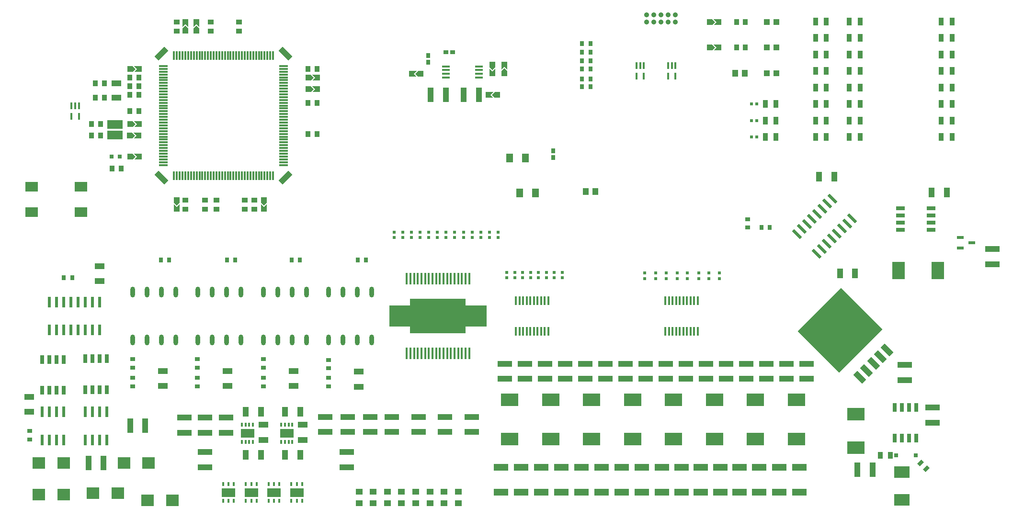
<source format=gtp>
G04*
G04 #@! TF.GenerationSoftware,Altium Limited,Altium Designer,19.1.5 (86)*
G04*
G04 Layer_Color=8421504*
%FSLAX25Y25*%
%MOIN*%
G70*
G01*
G75*
%ADD25R,0.01575X0.04724*%
%ADD26R,0.03787X0.03000*%
%ADD27R,0.03000X0.03787*%
%ADD28R,0.04000X0.03200*%
%ADD29R,0.05807X0.01772*%
%ADD30R,0.03200X0.04000*%
%ADD31R,0.04331X0.10236*%
%ADD32R,0.15000X0.15000*%
%ADD33R,0.38583X0.24410*%
%ADD34R,0.01772X0.07874*%
%ADD35R,0.02200X0.07800*%
G04:AMPARAMS|DCode=36|XSize=77.56mil|YSize=23.23mil|CornerRadius=0mil|HoleSize=0mil|Usage=FLASHONLY|Rotation=315.000|XOffset=0mil|YOffset=0mil|HoleType=Round|Shape=Rectangle|*
%AMROTATEDRECTD36*
4,1,4,-0.03563,0.01921,-0.01921,0.03563,0.03563,-0.01921,0.01921,-0.03563,-0.03563,0.01921,0.0*
%
%ADD36ROTATEDRECTD36*%

%ADD37R,0.02559X0.06004*%
%ADD38R,0.04921X0.02362*%
%ADD39R,0.06004X0.02559*%
%ADD40R,0.03543X0.05512*%
%ADD41R,0.01968X0.02362*%
%ADD42R,0.01713X0.05886*%
%ADD43R,0.09055X0.07087*%
%ADD44R,0.03543X0.03937*%
%ADD45R,0.03000X0.03000*%
%ADD46R,0.03937X0.03937*%
G04:AMPARAMS|DCode=47|XSize=39.37mil|YSize=98.43mil|CornerRadius=0mil|HoleSize=0mil|Usage=FLASHONLY|Rotation=225.000|XOffset=0mil|YOffset=0mil|HoleType=Round|Shape=Rectangle|*
%AMROTATEDRECTD47*
4,1,4,-0.02088,0.04872,0.04872,-0.02088,0.02088,-0.04872,-0.04872,0.02088,-0.02088,0.04872,0.0*
%
%ADD47ROTATEDRECTD47*%

G04:AMPARAMS|DCode=48|XSize=39.37mil|YSize=98.43mil|CornerRadius=0mil|HoleSize=0mil|Usage=FLASHONLY|Rotation=315.000|XOffset=0mil|YOffset=0mil|HoleType=Round|Shape=Rectangle|*
%AMROTATEDRECTD48*
4,1,4,-0.04872,-0.02088,0.02088,0.04872,0.04872,0.02088,-0.02088,-0.04872,-0.04872,-0.02088,0.0*
%
%ADD48ROTATEDRECTD48*%

%ADD49R,0.06496X0.01181*%
%ADD50R,0.01181X0.06496*%
%ADD51R,0.07087X0.03937*%
%ADD52R,0.10630X0.05906*%
%ADD53R,0.05000X0.06000*%
%ADD54C,0.03543*%
%ADD55R,0.03347X0.05118*%
G04:AMPARAMS|DCode=56|XSize=39.37mil|YSize=25.2mil|CornerRadius=0mil|HoleSize=0mil|Usage=FLASHONLY|Rotation=225.000|XOffset=0mil|YOffset=0mil|HoleType=Round|Shape=Rectangle|*
%AMROTATEDRECTD56*
4,1,4,0.00501,0.02283,0.02283,0.00501,-0.00501,-0.02283,-0.02283,-0.00501,0.00501,0.02283,0.0*
%
%ADD56ROTATEDRECTD56*%

%ADD57R,0.11024X0.08465*%
%ADD58R,0.02874X0.02992*%
G04:AMPARAMS|DCode=59|XSize=85.04mil|YSize=42.13mil|CornerRadius=0mil|HoleSize=0mil|Usage=FLASHONLY|Rotation=315.000|XOffset=0mil|YOffset=0mil|HoleType=Round|Shape=Rectangle|*
%AMROTATEDRECTD59*
4,1,4,-0.04496,0.01517,-0.01517,0.04496,0.04496,-0.01517,0.01517,-0.04496,-0.04496,0.01517,0.0*
%
%ADD59ROTATEDRECTD59*%

G04:AMPARAMS|DCode=60|XSize=425.2mil|YSize=409.84mil|CornerRadius=0mil|HoleSize=0mil|Usage=FLASHONLY|Rotation=45.000|XOffset=0mil|YOffset=0mil|HoleType=Round|Shape=Rectangle|*
%AMROTATEDRECTD60*
4,1,4,-0.00543,-0.29523,-0.29523,-0.00543,0.00543,0.29523,0.29523,0.00543,-0.00543,-0.29523,0.0*
%
%ADD60ROTATEDRECTD60*%

%ADD61R,0.10236X0.04331*%
%ADD62R,0.12402X0.08858*%
%ADD63R,0.09449X0.06299*%
%ADD64R,0.01772X0.02953*%
%ADD65R,0.01378X0.02953*%
%ADD66R,0.06693X0.04331*%
%ADD67R,0.05000X0.04000*%
%ADD68R,0.04331X0.06693*%
%ADD69R,0.08858X0.12402*%
%ADD70R,0.02756X0.03543*%
%ADD71R,0.04331X0.04724*%
%ADD72R,0.03937X0.03543*%
%ADD73R,0.03543X0.02756*%
%ADD74R,0.10236X0.04724*%
%ADD75R,0.02362X0.01968*%
%ADD76R,0.02323X0.07756*%
%ADD77R,0.09055X0.08465*%
%ADD78O,0.03347X0.07480*%
G36*
X84125Y294000D02*
Y292000D01*
X81125D01*
X83125Y294000D01*
X81125Y296000D01*
X84125D01*
Y294000D01*
D02*
G37*
G36*
X82125D02*
X80125Y292000D01*
X79125D01*
Y296000D01*
X80125D01*
X82125Y294000D01*
D02*
G37*
G36*
X84000Y308500D02*
Y306500D01*
X81000D01*
X83000Y308500D01*
X81000Y310500D01*
X84000D01*
Y308500D01*
D02*
G37*
G36*
X82000D02*
X80000Y306500D01*
X79000D01*
Y310500D01*
X80000D01*
X82000Y308500D01*
D02*
G37*
G36*
X113000Y261875D02*
X111000Y259875D01*
X109000Y261875D01*
Y262875D01*
X113000D01*
Y261875D01*
D02*
G37*
G36*
Y257875D02*
X109000D01*
Y260875D01*
X111000Y258875D01*
X113000Y260875D01*
Y257875D01*
D02*
G37*
G36*
X173500Y261875D02*
X171500Y259875D01*
X169500Y261875D01*
Y262875D01*
X173500D01*
Y261875D01*
D02*
G37*
G36*
Y257875D02*
X169500D01*
Y260875D01*
X171500Y258875D01*
X173500Y260875D01*
Y257875D01*
D02*
G37*
G36*
X84125Y316500D02*
Y314500D01*
X81125D01*
X83125Y316500D01*
X81125Y318500D01*
X84125D01*
Y316500D01*
D02*
G37*
G36*
X82125D02*
X80125Y314500D01*
X79125D01*
Y318500D01*
X80125D01*
X82125Y316500D01*
D02*
G37*
G36*
X84125Y355000D02*
Y353000D01*
X81125D01*
X83125Y355000D01*
X81125Y357000D01*
X84125D01*
Y355000D01*
D02*
G37*
G36*
X82125D02*
X80125Y353000D01*
X79125D01*
Y357000D01*
X80125D01*
X82125Y355000D01*
D02*
G37*
G36*
X119000Y384125D02*
X117000Y386125D01*
X115000Y384125D01*
Y387125D01*
X119000D01*
Y384125D01*
D02*
G37*
G36*
Y383125D02*
Y382125D01*
X115000D01*
Y383125D01*
X117000Y385125D01*
X119000Y383125D01*
D02*
G37*
G36*
X126500Y384125D02*
X124500Y386125D01*
X122500Y384125D01*
Y387125D01*
X126500D01*
Y384125D01*
D02*
G37*
G36*
Y383125D02*
Y382125D01*
X122500D01*
Y383125D01*
X124500Y385125D01*
X126500Y383125D01*
D02*
G37*
G36*
X487625Y387500D02*
Y385500D01*
X484625D01*
X486625Y387500D01*
X484625Y389500D01*
X487625D01*
Y387500D01*
D02*
G37*
G36*
X485625D02*
X483625Y385500D01*
X482625D01*
Y389500D01*
X483625D01*
X485625Y387500D01*
D02*
G37*
G36*
X487625Y370000D02*
Y368000D01*
X484625D01*
X486625Y370000D01*
X484625Y372000D01*
X487625D01*
Y370000D01*
D02*
G37*
G36*
X485625D02*
X483625Y368000D01*
X482625D01*
Y372000D01*
X483625D01*
X485625Y370000D01*
D02*
G37*
G36*
X340900Y354525D02*
X338900Y356525D01*
X336900Y354525D01*
Y357525D01*
X340900D01*
Y354525D01*
D02*
G37*
G36*
X332700Y356275D02*
X330700Y354275D01*
X328700Y356275D01*
Y357275D01*
X332700D01*
Y356275D01*
D02*
G37*
G36*
Y352275D02*
X328700D01*
Y355275D01*
X330700Y353275D01*
X332700Y355275D01*
Y352275D01*
D02*
G37*
G36*
X340900Y353525D02*
Y352525D01*
X336900D01*
Y353525D01*
X338900Y355525D01*
X340900Y353525D01*
D02*
G37*
G36*
X279996Y349579D02*
X278996D01*
X276996Y351579D01*
X278996Y353579D01*
X279996D01*
Y349579D01*
D02*
G37*
G36*
X275996Y351579D02*
X277996Y349579D01*
X274996D01*
Y351579D01*
Y353579D01*
X277996D01*
X275996Y351579D01*
D02*
G37*
G36*
X208125Y349000D02*
Y347000D01*
X205125D01*
X207125Y349000D01*
X205125Y351000D01*
X208125D01*
Y349000D01*
D02*
G37*
G36*
X206125D02*
X204125Y347000D01*
X203125D01*
Y351000D01*
X204125D01*
X206125Y349000D01*
D02*
G37*
G36*
X208125Y341000D02*
Y339000D01*
X205125D01*
X207125Y341000D01*
X205125Y343000D01*
X208125D01*
Y341000D01*
D02*
G37*
G36*
X206125D02*
X204125Y339000D01*
X203125D01*
Y343000D01*
X204125D01*
X206125Y341000D01*
D02*
G37*
G36*
X333375Y334800D02*
X332375D01*
X330375Y336800D01*
X332375Y338800D01*
X333375D01*
Y334800D01*
D02*
G37*
G36*
X329375Y336800D02*
X331375Y334800D01*
X328375D01*
Y336800D01*
Y338800D01*
X331375D01*
X329375Y336800D01*
D02*
G37*
D25*
X42859Y329240D02*
D03*
X40300D02*
D03*
X37741D02*
D03*
Y321760D02*
D03*
X42859D02*
D03*
X458059Y349760D02*
D03*
X452941D02*
D03*
Y357240D02*
D03*
X455500D02*
D03*
X458059D02*
D03*
X436059D02*
D03*
X433500D02*
D03*
X430941D02*
D03*
Y349760D02*
D03*
X436059D02*
D03*
D26*
X298238Y366700D02*
D03*
X302962D02*
D03*
D27*
X286000Y364362D02*
D03*
Y359638D02*
D03*
X373000Y297862D02*
D03*
Y293138D02*
D03*
D28*
X338900Y351525D02*
D03*
Y358275D02*
D03*
X330700D02*
D03*
Y351525D02*
D03*
X124500Y387875D02*
D03*
Y381125D02*
D03*
X117000Y387875D02*
D03*
Y381125D02*
D03*
X171500Y257125D02*
D03*
Y263875D02*
D03*
X111000Y257125D02*
D03*
Y263875D02*
D03*
D29*
X298233Y348961D02*
D03*
Y351520D02*
D03*
Y354080D02*
D03*
Y356639D02*
D03*
X321367D02*
D03*
Y354080D02*
D03*
Y351520D02*
D03*
Y348961D02*
D03*
D30*
X280996Y351579D02*
D03*
X274246D02*
D03*
X334375Y336800D02*
D03*
X327625D02*
D03*
X488375Y370000D02*
D03*
X481625D02*
D03*
X488375Y387500D02*
D03*
X481625D02*
D03*
X208875Y341000D02*
D03*
X202125D02*
D03*
X208875Y349000D02*
D03*
X202125D02*
D03*
X84875Y294000D02*
D03*
X78125D02*
D03*
X84750Y308500D02*
D03*
X78000D02*
D03*
X84875Y316500D02*
D03*
X78125D02*
D03*
X84875Y355000D02*
D03*
X78125D02*
D03*
D31*
X310685Y336800D02*
D03*
X321315D02*
D03*
X287585D02*
D03*
X298215D02*
D03*
X584585Y76000D02*
D03*
X595215D02*
D03*
X49435Y80417D02*
D03*
X60065D02*
D03*
X78435Y106417D02*
D03*
X89065D02*
D03*
D32*
X266234Y182933D02*
D03*
X319234D02*
D03*
D33*
X292734D02*
D03*
D34*
X314486Y156949D02*
D03*
X311927D02*
D03*
X309368D02*
D03*
X306809D02*
D03*
X304250D02*
D03*
X301691D02*
D03*
X299132D02*
D03*
X296573D02*
D03*
X294014D02*
D03*
X291455D02*
D03*
X288896D02*
D03*
X286337D02*
D03*
X283778D02*
D03*
X281219D02*
D03*
X278660D02*
D03*
X276100D02*
D03*
X273541D02*
D03*
X270982D02*
D03*
Y208917D02*
D03*
X273541D02*
D03*
X276100D02*
D03*
X278660D02*
D03*
X281219D02*
D03*
X283778D02*
D03*
X286337D02*
D03*
X288896D02*
D03*
X291455D02*
D03*
X294014D02*
D03*
X296573D02*
D03*
X299132D02*
D03*
X301691D02*
D03*
X304250D02*
D03*
X306809D02*
D03*
X309368D02*
D03*
X311927D02*
D03*
X314486D02*
D03*
D35*
X62250Y96717D02*
D03*
X57250D02*
D03*
X52250D02*
D03*
X47250D02*
D03*
Y116117D02*
D03*
X52250D02*
D03*
X57250D02*
D03*
X62250D02*
D03*
X17250Y96717D02*
D03*
X22250D02*
D03*
X27250D02*
D03*
X32250D02*
D03*
Y116117D02*
D03*
X27250D02*
D03*
X22250D02*
D03*
X17250D02*
D03*
D36*
X567234Y264682D02*
D03*
X563699Y261146D02*
D03*
X560163Y257611D02*
D03*
X556628Y254075D02*
D03*
X553092Y250540D02*
D03*
X549557Y247004D02*
D03*
X546021Y243469D02*
D03*
X542486Y239933D02*
D03*
X556266Y226153D02*
D03*
X559801Y229688D02*
D03*
X563337Y233224D02*
D03*
X566872Y236759D02*
D03*
X570408Y240295D02*
D03*
X573943Y243830D02*
D03*
X577479Y247366D02*
D03*
X581014Y250902D02*
D03*
D37*
X32250Y131240D02*
D03*
X27250D02*
D03*
X22250D02*
D03*
X17250D02*
D03*
Y152594D02*
D03*
X22250D02*
D03*
X27250D02*
D03*
X32250D02*
D03*
X610500Y97823D02*
D03*
X615500D02*
D03*
X620500D02*
D03*
X625500D02*
D03*
Y119177D02*
D03*
X620500D02*
D03*
X615500D02*
D03*
X610500D02*
D03*
X62250Y153094D02*
D03*
X57250D02*
D03*
X52250D02*
D03*
X47250D02*
D03*
Y131740D02*
D03*
X52250D02*
D03*
X57250D02*
D03*
X62250D02*
D03*
D38*
X664187Y233917D02*
D03*
X656313Y230177D02*
D03*
Y237657D02*
D03*
D39*
X614573Y257917D02*
D03*
Y252917D02*
D03*
Y247917D02*
D03*
Y242917D02*
D03*
X635927D02*
D03*
Y247917D02*
D03*
Y252917D02*
D03*
Y257917D02*
D03*
D40*
X586490Y307417D02*
D03*
X579010D02*
D03*
Y318917D02*
D03*
X586490D02*
D03*
X579010Y330417D02*
D03*
X586490D02*
D03*
X579010Y341917D02*
D03*
X586490D02*
D03*
X579010Y353417D02*
D03*
X586490D02*
D03*
X579010Y364917D02*
D03*
X586490D02*
D03*
X579010Y376417D02*
D03*
X586490D02*
D03*
X579010Y387917D02*
D03*
X586490D02*
D03*
X527990Y330417D02*
D03*
X520510D02*
D03*
X527990Y318917D02*
D03*
X520510D02*
D03*
X527990Y307417D02*
D03*
X520510D02*
D03*
X643010Y387917D02*
D03*
X650490D02*
D03*
X643010Y376417D02*
D03*
X650490D02*
D03*
X643010Y364917D02*
D03*
X650490D02*
D03*
X643010Y353417D02*
D03*
X650490D02*
D03*
X643010Y341917D02*
D03*
X650490D02*
D03*
X643010Y330417D02*
D03*
X650490D02*
D03*
X643010Y307417D02*
D03*
X650490D02*
D03*
X643010Y318917D02*
D03*
X650490D02*
D03*
X555510Y307417D02*
D03*
X562990D02*
D03*
X555510Y318917D02*
D03*
X562990D02*
D03*
X555510Y330417D02*
D03*
X562990D02*
D03*
X555510Y341917D02*
D03*
X562990D02*
D03*
X555510Y353417D02*
D03*
X562990D02*
D03*
X555510Y364917D02*
D03*
X562990D02*
D03*
X555510Y376417D02*
D03*
X562990D02*
D03*
X555510Y387917D02*
D03*
X562990D02*
D03*
D41*
X488750Y208949D02*
D03*
Y212886D02*
D03*
X459250D02*
D03*
Y208949D02*
D03*
X451750Y212886D02*
D03*
Y208949D02*
D03*
X444250Y212886D02*
D03*
Y208949D02*
D03*
X436750Y212886D02*
D03*
Y208949D02*
D03*
X481250Y212886D02*
D03*
Y208949D02*
D03*
X474250Y212886D02*
D03*
Y208949D02*
D03*
X466250Y212886D02*
D03*
Y208949D02*
D03*
X334750Y237449D02*
D03*
Y241386D02*
D03*
X328750D02*
D03*
Y237449D02*
D03*
X322750Y241386D02*
D03*
Y237449D02*
D03*
X316750Y241386D02*
D03*
Y237449D02*
D03*
X310750Y241386D02*
D03*
Y237449D02*
D03*
X304250Y241386D02*
D03*
Y237449D02*
D03*
X298250Y241386D02*
D03*
Y237449D02*
D03*
X292250Y241386D02*
D03*
Y237449D02*
D03*
X286250Y241386D02*
D03*
Y237449D02*
D03*
X280250Y241386D02*
D03*
Y237449D02*
D03*
X274250Y241386D02*
D03*
Y237449D02*
D03*
X268250Y241386D02*
D03*
Y237449D02*
D03*
X262250Y241386D02*
D03*
Y237449D02*
D03*
X379250Y213386D02*
D03*
Y209449D02*
D03*
X373750Y213386D02*
D03*
Y209449D02*
D03*
X368250Y213386D02*
D03*
Y209449D02*
D03*
X362750Y213386D02*
D03*
Y209449D02*
D03*
X357250Y213386D02*
D03*
Y209449D02*
D03*
X351750Y213386D02*
D03*
Y209449D02*
D03*
X346250Y213386D02*
D03*
Y209449D02*
D03*
X340750Y213386D02*
D03*
Y209449D02*
D03*
D42*
X450998Y172280D02*
D03*
X453502D02*
D03*
X455998D02*
D03*
X458502D02*
D03*
X460998D02*
D03*
X463502D02*
D03*
X465998D02*
D03*
X468502D02*
D03*
X470998D02*
D03*
X473502D02*
D03*
Y193555D02*
D03*
X470998D02*
D03*
X468502D02*
D03*
X465998D02*
D03*
X463502D02*
D03*
X460998D02*
D03*
X458502D02*
D03*
X455998D02*
D03*
X453502D02*
D03*
X450998D02*
D03*
X346998Y193571D02*
D03*
X349502D02*
D03*
X351998D02*
D03*
X354502D02*
D03*
X356998D02*
D03*
X359502D02*
D03*
X361998D02*
D03*
X364502D02*
D03*
X366998D02*
D03*
X369502D02*
D03*
Y172295D02*
D03*
X366998D02*
D03*
X364502D02*
D03*
X361998D02*
D03*
X359502D02*
D03*
X356998D02*
D03*
X354502D02*
D03*
X351998D02*
D03*
X349502D02*
D03*
X346998D02*
D03*
D43*
X10072Y272858D02*
D03*
X44128D02*
D03*
Y255142D02*
D03*
X10072D02*
D03*
D44*
X65850Y285500D02*
D03*
X72150D02*
D03*
X500441Y387500D02*
D03*
X506740D02*
D03*
X500441Y370000D02*
D03*
X506740D02*
D03*
X208650Y355000D02*
D03*
X202350D02*
D03*
X208650Y331358D02*
D03*
X202350D02*
D03*
X208650Y309705D02*
D03*
X202350D02*
D03*
X51725Y308500D02*
D03*
X58025D02*
D03*
X51725Y316500D02*
D03*
X58025D02*
D03*
X78350Y325500D02*
D03*
X84650D02*
D03*
X78350Y337000D02*
D03*
X84650D02*
D03*
X78350Y343000D02*
D03*
X84650D02*
D03*
X78350Y349000D02*
D03*
X84650D02*
D03*
X54350Y335000D02*
D03*
X60650D02*
D03*
X54350Y345000D02*
D03*
X60650D02*
D03*
D45*
X65750Y294000D02*
D03*
X71250D02*
D03*
D46*
X521698Y369784D02*
D03*
X528391D02*
D03*
X521698Y387557D02*
D03*
X528391D02*
D03*
Y352000D02*
D03*
X521698D02*
D03*
D47*
X100350Y279350D02*
D03*
X186650Y365650D02*
D03*
D48*
Y279350D02*
D03*
X100350Y365650D02*
D03*
D49*
X101669Y356949D02*
D03*
Y354980D02*
D03*
Y353012D02*
D03*
Y351043D02*
D03*
Y349075D02*
D03*
Y347106D02*
D03*
Y345138D02*
D03*
Y343169D02*
D03*
Y341201D02*
D03*
Y339232D02*
D03*
Y337264D02*
D03*
Y335295D02*
D03*
Y333327D02*
D03*
Y331358D02*
D03*
Y329390D02*
D03*
Y327421D02*
D03*
Y325453D02*
D03*
Y323484D02*
D03*
Y321516D02*
D03*
Y319547D02*
D03*
Y317579D02*
D03*
Y315610D02*
D03*
Y313642D02*
D03*
Y311673D02*
D03*
Y309705D02*
D03*
Y307736D02*
D03*
Y305768D02*
D03*
Y303799D02*
D03*
Y301831D02*
D03*
Y299862D02*
D03*
Y297894D02*
D03*
Y295925D02*
D03*
Y293957D02*
D03*
Y291988D02*
D03*
Y290020D02*
D03*
Y288051D02*
D03*
X185331D02*
D03*
Y290020D02*
D03*
Y291988D02*
D03*
Y293957D02*
D03*
Y295925D02*
D03*
Y297894D02*
D03*
Y299862D02*
D03*
Y301831D02*
D03*
Y303799D02*
D03*
Y305768D02*
D03*
Y307736D02*
D03*
Y309705D02*
D03*
Y311673D02*
D03*
Y313642D02*
D03*
Y315610D02*
D03*
Y317579D02*
D03*
Y319547D02*
D03*
Y321516D02*
D03*
Y323484D02*
D03*
Y325453D02*
D03*
Y327421D02*
D03*
Y329390D02*
D03*
Y331358D02*
D03*
Y333327D02*
D03*
Y335295D02*
D03*
Y337264D02*
D03*
Y339232D02*
D03*
Y341201D02*
D03*
Y343169D02*
D03*
Y345138D02*
D03*
Y347106D02*
D03*
Y349075D02*
D03*
Y351043D02*
D03*
Y353012D02*
D03*
Y354980D02*
D03*
Y356949D02*
D03*
D50*
X109051Y280669D02*
D03*
X111020D02*
D03*
X112988D02*
D03*
X114957D02*
D03*
X116925D02*
D03*
X118894D02*
D03*
X120862D02*
D03*
X122831D02*
D03*
X124799D02*
D03*
X126768D02*
D03*
X128736D02*
D03*
X130705D02*
D03*
X132673D02*
D03*
X134642D02*
D03*
X136610D02*
D03*
X138579D02*
D03*
X140547D02*
D03*
X142516D02*
D03*
X144484D02*
D03*
X146453D02*
D03*
X148421D02*
D03*
X150390D02*
D03*
X152358D02*
D03*
X154327D02*
D03*
X156295D02*
D03*
X158264D02*
D03*
X160232D02*
D03*
X162201D02*
D03*
X164169D02*
D03*
X166138D02*
D03*
X168106D02*
D03*
X170075D02*
D03*
X172043D02*
D03*
X174012D02*
D03*
X175980D02*
D03*
X177949D02*
D03*
Y364331D02*
D03*
X175980D02*
D03*
X174012D02*
D03*
X172043D02*
D03*
X170075D02*
D03*
X168106D02*
D03*
X166138D02*
D03*
X164169D02*
D03*
X162201D02*
D03*
X160232D02*
D03*
X158264D02*
D03*
X156295D02*
D03*
X154327D02*
D03*
X152358D02*
D03*
X150390D02*
D03*
X148421D02*
D03*
X146453D02*
D03*
X144484D02*
D03*
X142516D02*
D03*
X140547D02*
D03*
X138579D02*
D03*
X136610D02*
D03*
X134642D02*
D03*
X132673D02*
D03*
X130705D02*
D03*
X128736D02*
D03*
X126768D02*
D03*
X124799D02*
D03*
X122831D02*
D03*
X120862D02*
D03*
X118894D02*
D03*
X116925D02*
D03*
X114957D02*
D03*
X112988D02*
D03*
X111020D02*
D03*
X109051D02*
D03*
D51*
X69000Y335079D02*
D03*
Y344921D02*
D03*
D52*
X67875Y316240D02*
D03*
Y308760D02*
D03*
D53*
X349500Y268500D02*
D03*
X360500D02*
D03*
X353500Y293000D02*
D03*
X342500D02*
D03*
D54*
X458000Y392500D02*
D03*
X453000D02*
D03*
X448000D02*
D03*
X443000D02*
D03*
X438000D02*
D03*
Y387500D02*
D03*
X443000D02*
D03*
X448000D02*
D03*
X453000D02*
D03*
X458000D02*
D03*
D55*
X600555Y86000D02*
D03*
X607445D02*
D03*
D56*
X632449Y76551D02*
D03*
X628551Y80449D02*
D03*
D57*
X615700Y54835D02*
D03*
Y74165D02*
D03*
D58*
X611709Y86000D02*
D03*
X625291D02*
D03*
D59*
X586302Y140302D02*
D03*
X591035Y145035D02*
D03*
X595767Y149767D02*
D03*
X600500Y154500D02*
D03*
X605233Y159233D02*
D03*
D60*
X572594Y172941D02*
D03*
D61*
X637000Y119215D02*
D03*
Y108585D02*
D03*
X617600Y138285D02*
D03*
Y148915D02*
D03*
X678500Y229415D02*
D03*
Y218785D02*
D03*
X549250Y149732D02*
D03*
Y139102D02*
D03*
X535250Y149732D02*
D03*
Y139102D02*
D03*
X521250Y149732D02*
D03*
Y139102D02*
D03*
X507250Y149732D02*
D03*
Y139102D02*
D03*
X493250Y149732D02*
D03*
Y139102D02*
D03*
X479250Y149732D02*
D03*
Y139102D02*
D03*
X465250Y149732D02*
D03*
Y139102D02*
D03*
X451250Y149732D02*
D03*
Y139102D02*
D03*
X229250Y88232D02*
D03*
Y77602D02*
D03*
X130750Y88232D02*
D03*
Y77602D02*
D03*
X245550Y102102D02*
D03*
Y112732D02*
D03*
X229900Y102102D02*
D03*
Y112732D02*
D03*
X214250Y102102D02*
D03*
Y112732D02*
D03*
X116250Y101602D02*
D03*
Y112232D02*
D03*
X130750Y101602D02*
D03*
Y112232D02*
D03*
X145250Y101602D02*
D03*
Y112232D02*
D03*
X316250Y112732D02*
D03*
Y102102D02*
D03*
X297750Y112732D02*
D03*
Y102102D02*
D03*
X279250Y112732D02*
D03*
Y102102D02*
D03*
X260750Y112732D02*
D03*
Y102102D02*
D03*
X437250Y149732D02*
D03*
Y139102D02*
D03*
X423250Y149732D02*
D03*
Y139102D02*
D03*
X409250Y149732D02*
D03*
Y139102D02*
D03*
X395250Y149732D02*
D03*
Y139102D02*
D03*
X381250Y149732D02*
D03*
Y139102D02*
D03*
X367250Y149732D02*
D03*
Y139102D02*
D03*
X353250Y149732D02*
D03*
Y139102D02*
D03*
X339250Y149732D02*
D03*
Y139102D02*
D03*
D62*
X583700Y114614D02*
D03*
Y91386D02*
D03*
X456750Y124500D02*
D03*
Y97335D02*
D03*
X485250D02*
D03*
Y124500D02*
D03*
X513750Y97335D02*
D03*
Y124500D02*
D03*
X542250Y97335D02*
D03*
Y124500D02*
D03*
X371250D02*
D03*
Y97335D02*
D03*
X342750D02*
D03*
Y124500D02*
D03*
X399750Y97335D02*
D03*
Y124500D02*
D03*
X428250Y97252D02*
D03*
Y124417D02*
D03*
D63*
X162793Y60000D02*
D03*
X160120Y101195D02*
D03*
X187521D02*
D03*
X194500Y60000D02*
D03*
X178647D02*
D03*
X146940D02*
D03*
D64*
X159053Y65905D02*
D03*
X162793D02*
D03*
X166534D02*
D03*
Y54094D02*
D03*
X162793D02*
D03*
X159053D02*
D03*
X190760D02*
D03*
X194500D02*
D03*
X198240D02*
D03*
Y65905D02*
D03*
X194500D02*
D03*
X190760D02*
D03*
X174907Y54094D02*
D03*
X178647D02*
D03*
X182387D02*
D03*
Y65905D02*
D03*
X178647D02*
D03*
X174907D02*
D03*
X143200Y54094D02*
D03*
X146940D02*
D03*
X150680D02*
D03*
Y65905D02*
D03*
X146940D02*
D03*
X143200D02*
D03*
D65*
X163959Y95289D02*
D03*
X161400D02*
D03*
X158841D02*
D03*
X156282D02*
D03*
Y107100D02*
D03*
X158841D02*
D03*
X161400D02*
D03*
X163959D02*
D03*
X191359D02*
D03*
X188800D02*
D03*
X186241D02*
D03*
X183682D02*
D03*
Y95289D02*
D03*
X186241D02*
D03*
X188800D02*
D03*
X191359D02*
D03*
D66*
X171100Y96485D02*
D03*
Y107115D02*
D03*
X198700D02*
D03*
Y96485D02*
D03*
X8250Y116102D02*
D03*
Y126732D02*
D03*
X57250Y207102D02*
D03*
Y217732D02*
D03*
X237750Y144232D02*
D03*
Y133602D02*
D03*
X192250Y144732D02*
D03*
Y134102D02*
D03*
X146250Y144732D02*
D03*
Y134102D02*
D03*
X101250Y144732D02*
D03*
Y134102D02*
D03*
D67*
X267428Y60600D02*
D03*
Y52600D02*
D03*
X257586Y60600D02*
D03*
Y52600D02*
D03*
X247743Y60600D02*
D03*
Y52600D02*
D03*
X237900Y60600D02*
D03*
Y52600D02*
D03*
X306800D02*
D03*
Y60600D02*
D03*
X296957Y52600D02*
D03*
Y60600D02*
D03*
X287114Y52600D02*
D03*
Y60600D02*
D03*
X277271Y52600D02*
D03*
Y60600D02*
D03*
D68*
X196915Y86200D02*
D03*
X186285D02*
D03*
X169615D02*
D03*
X158985D02*
D03*
X196815Y116100D02*
D03*
X186185D02*
D03*
X169515D02*
D03*
X158885D02*
D03*
X646815Y269000D02*
D03*
X636185D02*
D03*
X583065Y212417D02*
D03*
X572435D02*
D03*
X557935Y279917D02*
D03*
X568565D02*
D03*
D69*
X640583Y214500D02*
D03*
X613417D02*
D03*
D70*
X398953Y372500D02*
D03*
X393047D02*
D03*
X398953Y366500D02*
D03*
X393047D02*
D03*
X398953Y360500D02*
D03*
X393047D02*
D03*
X398953Y355000D02*
D03*
X393047D02*
D03*
X398953Y348000D02*
D03*
X393047D02*
D03*
X398953Y342500D02*
D03*
X393047D02*
D03*
X523703Y244417D02*
D03*
X517797D02*
D03*
X190797Y221917D02*
D03*
X196703D02*
D03*
X145797D02*
D03*
X151703D02*
D03*
X236797D02*
D03*
X242703D02*
D03*
X99797D02*
D03*
X105703D02*
D03*
X38203Y209417D02*
D03*
X32297D02*
D03*
D71*
X506347Y352000D02*
D03*
X499653D02*
D03*
X402347Y269500D02*
D03*
X395654D02*
D03*
D72*
X111000Y387650D02*
D03*
Y381350D02*
D03*
X134642Y387650D02*
D03*
Y381350D02*
D03*
X154327Y387650D02*
D03*
Y381350D02*
D03*
X165000Y257350D02*
D03*
Y263650D02*
D03*
X158264Y257350D02*
D03*
Y263650D02*
D03*
X138579Y257350D02*
D03*
Y263650D02*
D03*
X130705D02*
D03*
Y257350D02*
D03*
X117000D02*
D03*
Y263650D02*
D03*
D73*
X508250Y250370D02*
D03*
Y244465D02*
D03*
X8750Y102870D02*
D03*
Y96965D02*
D03*
X216750Y146465D02*
D03*
Y152370D02*
D03*
X216750Y139870D02*
D03*
Y133965D02*
D03*
X171250Y146965D02*
D03*
Y152870D02*
D03*
X171250Y139870D02*
D03*
Y133965D02*
D03*
X125250Y146965D02*
D03*
Y152870D02*
D03*
X125250Y139870D02*
D03*
Y133965D02*
D03*
X80250D02*
D03*
Y139870D02*
D03*
X80250Y152870D02*
D03*
Y146965D02*
D03*
D74*
X544250Y60256D02*
D03*
Y77579D02*
D03*
X530250Y60256D02*
D03*
Y77579D02*
D03*
X516250Y60256D02*
D03*
Y77579D02*
D03*
X502750Y60256D02*
D03*
Y77579D02*
D03*
X489250Y60256D02*
D03*
Y77579D02*
D03*
X475750Y60256D02*
D03*
Y77579D02*
D03*
X462250Y60256D02*
D03*
Y77579D02*
D03*
X448750Y60256D02*
D03*
Y77579D02*
D03*
X378750Y60256D02*
D03*
Y77579D02*
D03*
X434750Y60256D02*
D03*
Y77579D02*
D03*
X420750Y60256D02*
D03*
Y77579D02*
D03*
X406750Y60256D02*
D03*
Y77579D02*
D03*
X392750Y60256D02*
D03*
Y77579D02*
D03*
X364750Y60256D02*
D03*
Y77579D02*
D03*
X350750Y60256D02*
D03*
Y77579D02*
D03*
X336750Y60256D02*
D03*
Y77579D02*
D03*
D75*
X510781Y330417D02*
D03*
X514718D02*
D03*
X510781Y318917D02*
D03*
X514718D02*
D03*
X510781Y307417D02*
D03*
X514718D02*
D03*
D76*
X57250Y173189D02*
D03*
X52250D02*
D03*
X47250D02*
D03*
X42250D02*
D03*
X37250D02*
D03*
X32250D02*
D03*
X27250D02*
D03*
X22250D02*
D03*
Y192677D02*
D03*
X27250D02*
D03*
X32250D02*
D03*
X37250D02*
D03*
X42250D02*
D03*
X47250D02*
D03*
X52250D02*
D03*
X57250D02*
D03*
D77*
X90589Y54417D02*
D03*
X107911D02*
D03*
X69911Y59417D02*
D03*
X52589D02*
D03*
X14839Y58500D02*
D03*
X32161D02*
D03*
X32411Y80417D02*
D03*
X15089D02*
D03*
X74285D02*
D03*
X91215D02*
D03*
D78*
X246750Y199453D02*
D03*
X236750D02*
D03*
X226750D02*
D03*
X216750D02*
D03*
X246750Y166382D02*
D03*
X236750D02*
D03*
X226750D02*
D03*
X216750D02*
D03*
X125750D02*
D03*
X135750D02*
D03*
X145750D02*
D03*
X155750D02*
D03*
X125750Y199453D02*
D03*
X135750D02*
D03*
X145750D02*
D03*
X155750D02*
D03*
X80250Y166398D02*
D03*
X90250D02*
D03*
X100250D02*
D03*
X110250D02*
D03*
X80250Y199469D02*
D03*
X90250D02*
D03*
X100250D02*
D03*
X110250D02*
D03*
X201250Y199453D02*
D03*
X191250D02*
D03*
X181250D02*
D03*
X171250D02*
D03*
X201250Y166382D02*
D03*
X191250D02*
D03*
X181250D02*
D03*
X171250D02*
D03*
M02*

</source>
